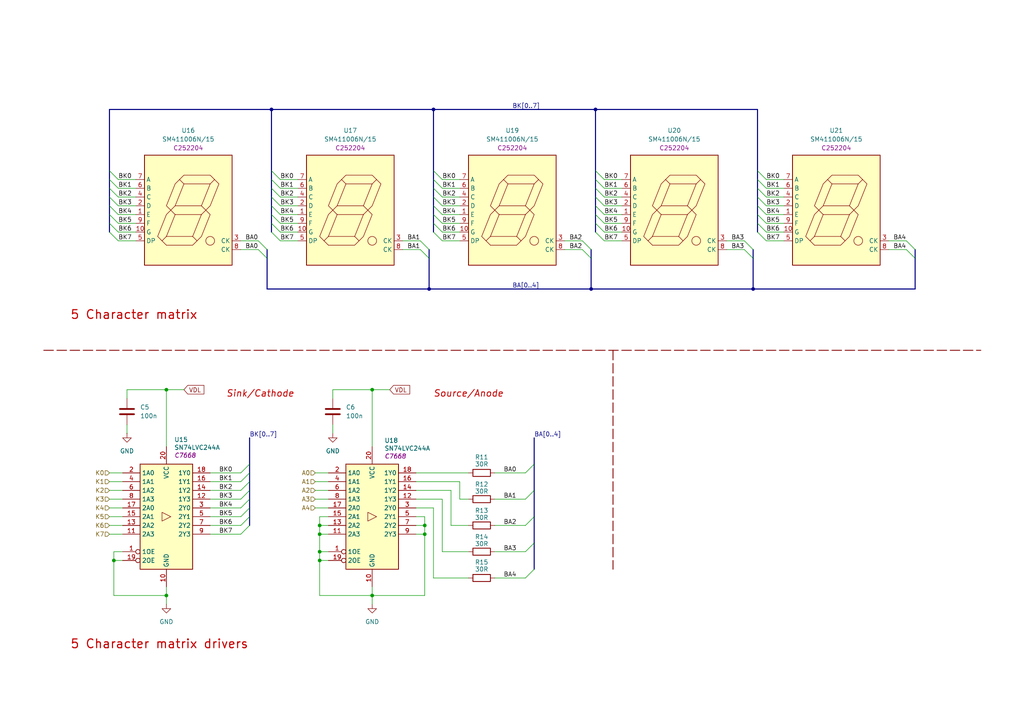
<source format=kicad_sch>
(kicad_sch (version 20250114) (generator "eeschema") (generator_version "9.0")
  (paper "A4")
  (title_block (title "5 Character Matrix & Drivers ") (date "2025-10-19") (rev "v0.0") (company "Rajath Katker") (comment 4 "Final verification pending"))
  (lib_symbols
    (symbol "74xx:74AHC244"
      (property "Reference" "U" (at -7.62 16.51 0))
      (property "Value" "74AHC244" (at -7.62 -16.51 0))
      (symbol "74AHC244_1_0"
        (polyline (pts (xy 1.27 0) (xy -1.27 1.27) (xy -1.27 -1.27) (xy 1.27 0)) (stroke (width 0.1524)))
        (pin input line (at -12.7 12.7 0) (length 5.08) (name "1A0") (number "2"))
        (pin input line (at -12.7 10.16 0) (length 5.08) (name "1A1") (number "4"))
        (pin input line (at -12.7 7.62 0) (length 5.08) (name "1A2") (number "6"))
        (pin input line (at -12.7 5.08 0) (length 5.08) (name "1A3") (number "8"))
        (pin input line (at -12.7 2.54 0) (length 5.08) (name "2A0") (number "17"))
        (pin input line (at -12.7 0 0) (length 5.08) (name "2A1") (number "15"))
        (pin input line (at -12.7 -2.54 0) (length 5.08) (name "2A2") (number "13"))
        (pin input line (at -12.7 -5.08 0) (length 5.08) (name "2A3") (number "11"))
        (pin input inverted (at -12.7 -10.16 0) (length 5.08) (name "1OE") (number "1"))
        (pin input inverted (at -12.7 -12.7 0) (length 5.08) (name "2OE") (number "19"))
        (pin power_in line (at 0 20.32 270) (length 5.08) (name "VCC") (number "20"))
        (pin power_in line (at 0 -20.32 90) (length 5.08) (name "GND") (number "10"))
        (pin tri_state line (at 12.7 12.7 180) (length 5.08) (name "1Y0") (number "18"))
        (pin tri_state line (at 12.7 10.16 180) (length 5.08) (name "1Y1") (number "16"))
        (pin tri_state line (at 12.7 7.62 180) (length 5.08) (name "1Y2") (number "14"))
        (pin tri_state line (at 12.7 5.08 180) (length 5.08) (name "1Y3") (number "12"))
        (pin tri_state line (at 12.7 2.54 180) (length 5.08) (name "2Y0") (number "3"))
        (pin tri_state line (at 12.7 0 180) (length 5.08) (name "2Y1") (number "5"))
        (pin tri_state line (at 12.7 -2.54 180) (length 5.08) (name "2Y2") (number "7"))
        (pin tri_state line (at 12.7 -5.08 180) (length 5.08) (name "2Y3") (number "9"))
      )
      (symbol "74AHC244_1_1"
        (rectangle (start -7.62 15.24) (end 7.62 -15.24) (stroke (width 0.254)) (fill (type background)))
      )
    )
    (symbol "Device:C" (pin_numbers (hide yes)) (pin_names (offset 0.254))
      (property "Reference" "C" (at 0.635 2.54 0))
      (property "Value" "C" (at 0.635 -2.54 0))
      (symbol "C_0_1"
        (polyline (pts (xy -2.032 0.762) (xy 2.032 0.762)) (stroke (width 0.508)))
        (polyline (pts (xy -2.032 -0.762) (xy 2.032 -0.762)) (stroke (width 0.508)))
      )
      (symbol "C_1_1"
        (pin passive line (at 0 3.81 270) (length 2.794) (name "~") (number "1"))
        (pin passive line (at 0 -3.81 90) (length 2.794) (name "~") (number "2"))
      )
    )
    (symbol "Device:R" (pin_numbers (hide yes)) (pin_names (offset 0))
      (property "Reference" "R" (at 2.032 0 90))
      (property "Value" "R" (at 0 0 90))
      (symbol "R_0_1"
        (rectangle (start -1.016 -2.54) (end 1.016 2.54) (stroke (width 0.254)))
      )
      (symbol "R_1_1"
        (pin passive line (at 0 3.81 270) (length 1.27) (name "~") (number "1"))
        (pin passive line (at 0 -3.81 90) (length 1.27) (name "~") (number "2"))
      )
    )
    (symbol "power:GND" (power) (pin_numbers (hide yes)) (pin_names (offset 0) (hide yes))
      (property "Value" "GND" (at 0 -3.81 0))
      (symbol "GND_0_1"
        (polyline (pts (xy 0 0) (xy 0 -1.27) (xy 1.27 -1.27) (xy 0 -2.54) (xy -1.27 -1.27) (xy 0 -1.27)))
      )
      (symbol "GND_1_1"
        (pin power_in line (at 0 0 270) (length 0) (name "~") (number "1"))
      )
    )
    (symbol "precision_clock:SM411006N/15"
      (property "Reference" "U" (at 0 21.844 0))
      (property "Value" "SM411006N/15" (at 0 19.812 0))
      (symbol "SM411006N/15_0_1"
        (polyline (pts (xy -7.62 -8.89) (xy -6.35 -7.62)))
        (polyline (pts (xy -7.62 -8.89) (xy -6.35 -10.16)))
        (polyline (pts (xy -6.35 -7.62) (xy -3.81 -1.27)))
        (polyline (pts (xy -6.35 -7.62) (xy 1.27 -7.62)))
        (polyline (pts (xy -6.35 -10.16) (xy 1.27 -10.16) (xy 2.54 -8.89)))
        (polyline (pts (xy -5.08 0) (xy -6.35 -1.27) (xy -8.89 -7.62) (xy -7.62 -8.89)))
        (polyline (pts (xy -3.81 1.27) (xy -5.08 0)))
        (polyline (pts (xy -3.81 1.27) (xy 3.81 1.27)))
        (polyline (pts (xy -3.81 -1.27) (xy -5.08 0)))
        (polyline (pts (xy -3.81 -1.27) (xy 3.81 -1.27)))
        (polyline (pts (xy -2.54 8.89) (xy -3.81 7.62) (xy -6.35 1.27) (xy -5.08 0)))
        (polyline (pts (xy 1.27 -7.62) (xy 2.54 -8.89)))
        (polyline (pts (xy 2.54 -8.89) (xy 3.81 -7.62) (xy 6.35 -1.27) (xy 5.08 0)))
        (polyline (pts (xy 3.81 1.27) (xy 5.08 0)))
        (polyline (pts (xy 3.81 -1.27) (xy 1.27 -7.62)))
        (polyline (pts (xy 5.08 0) (xy 3.81 -1.27)))
        (polyline (pts (xy 5.08 0) (xy 6.35 1.27) (xy 8.89 7.62) (xy 7.62 8.89)))
        (polyline (pts (xy 6.35 7.62) (xy 3.81 1.27)))
        (polyline (pts (xy 6.35 7.62) (xy -1.27 7.62) (xy -3.81 1.27)))
        (polyline (pts (xy 6.35 7.62) (xy 7.62 8.89) (xy 6.35 10.16) (xy -1.27 10.16) (xy -2.54 8.89) (xy -1.27 7.62)))
        (circle (center 6.35 -8.89) (radius 1.27))
      )
      (symbol "SM411006N/15_1_1"
        (rectangle (start -12.7 15.9543) (end 12.7 -15.9544) (stroke (width 0.254)) (fill (type color) (color 255 255 194 1)))
        (pin input line (at -15.24 8.89 0) (length 2.54) (name "A") (number "7"))
        (pin input line (at -15.24 6.35 0) (length 2.54) (name "B") (number "6"))
        (pin input line (at -15.24 3.81 0) (length 2.54) (name "C") (number "4"))
        (pin input line (at -15.24 1.27 0) (length 2.54) (name "D") (number "2"))
        (pin input line (at -15.24 -1.27 0) (length 2.54) (name "E") (number "1"))
        (pin input line (at -15.24 -3.81 0) (length 2.54) (name "F") (number "9"))
        (pin input line (at -15.24 -6.35 0) (length 2.54) (name "G") (number "10"))
        (pin input line (at -15.24 -8.89 0) (length 2.54) (name "DP") (number "5"))
        (pin input line (at 15.24 -8.89 180) (length 2.54) (name "CK") (number "3"))
        (pin input line (at 15.24 -11.43 180) (length 2.54) (name "CK") (number "8"))
      )
    )
  )
  (text "Sink/Cathode " (at 76.2 114.3 0) (effects (font (size 1.905 1.905) (thickness 0.2381) (italic yes))))
  (text "5 Character matrix" (at 20.32 91.44 0) (effects (font (size 2.54 2.54) (thickness 0.3175)) (justify left)))
  (text "5 Character matrix drivers " (at 20.32 186.944 0) (effects (font (size 2.54 2.54) (thickness 0.3175)) (justify left)))
  (text "Source/Anode" (at 135.89 114.3 0) (effects (font (size 1.905 1.905) (thickness 0.2381) (italic yes))))
  (junction (at 107.95 172.72))
  (junction (at 92.71 160.02))
  (junction (at 48.26 113.03))
  (junction (at 92.71 162.56))
  (junction (at 172.72 31.75))
  (junction (at 125.73 31.75))
  (junction (at 92.71 152.4))
  (junction (at 123.19 154.94))
  (junction (at 123.19 152.4))
  (junction (at 92.71 154.94))
  (junction (at 78.74 31.75))
  (junction (at 218.44 83.82))
  (junction (at 33.02 162.56))
  (junction (at 107.95 113.03))
  (junction (at 48.26 172.72))
  (junction (at 171.45 83.82))
  (junction (at 124.46 83.82))
  (bus_entry (at 154.94 134.62) (size -2.54 2.54))
  (bus_entry (at 72.39 149.86) (size -2.54 2.54))
  (bus_entry (at 31.75 67.31) (size 2.54 2.54))
  (bus_entry (at 172.72 49.53) (size 2.54 2.54))
  (bus_entry (at 218.44 74.93) (size -2.54 -2.54))
  (bus_entry (at 154.94 165.1) (size -2.54 2.54))
  (bus_entry (at 172.72 57.15) (size 2.54 2.54))
  (bus_entry (at 72.39 144.78) (size -2.54 2.54))
  (bus_entry (at 31.75 52.07) (size 2.54 2.54))
  (bus_entry (at 154.94 142.24) (size -2.54 2.54))
  (bus_entry (at 72.39 147.32) (size -2.54 2.54))
  (bus_entry (at 124.46 74.93) (size -2.54 -2.54))
  (bus_entry (at 172.72 67.31) (size 2.54 2.54))
  (bus_entry (at 172.72 62.23) (size 2.54 2.54))
  (bus_entry (at 124.46 72.39) (size -2.54 -2.54))
  (bus_entry (at 78.74 62.23) (size 2.54 2.54))
  (bus_entry (at 31.75 64.77) (size 2.54 2.54))
  (bus_entry (at 78.74 59.69) (size 2.54 2.54))
  (bus_entry (at 31.75 54.61) (size 2.54 2.54))
  (bus_entry (at 154.94 149.86) (size -2.54 2.54))
  (bus_entry (at 78.74 52.07) (size 2.54 2.54))
  (bus_entry (at 219.71 62.23) (size 2.54 2.54))
  (bus_entry (at 125.73 57.15) (size 2.54 2.54))
  (bus_entry (at 78.74 64.77) (size 2.54 2.54))
  (bus_entry (at 72.39 152.4) (size -2.54 2.54))
  (bus_entry (at 77.47 74.93) (size -2.54 -2.54))
  (bus_entry (at 125.73 62.23) (size 2.54 2.54))
  (bus_entry (at 72.39 134.62) (size -2.54 2.54))
  (bus_entry (at 172.72 64.77) (size 2.54 2.54))
  (bus_entry (at 172.72 54.61) (size 2.54 2.54))
  (bus_entry (at 219.71 52.07) (size 2.54 2.54))
  (bus_entry (at 219.71 59.69) (size 2.54 2.54))
  (bus_entry (at 172.72 59.69) (size 2.54 2.54))
  (bus_entry (at 78.74 49.53) (size 2.54 2.54))
  (bus_entry (at 171.45 72.39) (size -2.54 -2.54))
  (bus_entry (at 31.75 49.53) (size 2.54 2.54))
  (bus_entry (at 72.39 137.16) (size -2.54 2.54))
  (bus_entry (at 125.73 59.69) (size 2.54 2.54))
  (bus_entry (at 219.71 49.53) (size 2.54 2.54))
  (bus_entry (at 218.44 72.39) (size -2.54 -2.54))
  (bus_entry (at 125.73 52.07) (size 2.54 2.54))
  (bus_entry (at 31.75 57.15) (size 2.54 2.54))
  (bus_entry (at 125.73 49.53) (size 2.54 2.54))
  (bus_entry (at 219.71 64.77) (size 2.54 2.54))
  (bus_entry (at 172.72 52.07) (size 2.54 2.54))
  (bus_entry (at 219.71 67.31) (size 2.54 2.54))
  (bus_entry (at 77.47 72.39) (size -2.54 -2.54))
  (bus_entry (at 219.71 54.61) (size 2.54 2.54))
  (bus_entry (at 78.74 57.15) (size 2.54 2.54))
  (bus_entry (at 171.45 74.93) (size -2.54 -2.54))
  (bus_entry (at 125.73 67.31) (size 2.54 2.54))
  (bus_entry (at 154.94 157.48) (size -2.54 2.54))
  (bus_entry (at 219.71 57.15) (size 2.54 2.54))
  (bus_entry (at 72.39 139.7) (size -2.54 2.54))
  (bus_entry (at 125.73 54.61) (size 2.54 2.54))
  (bus_entry (at 78.74 67.31) (size 2.54 2.54))
  (bus_entry (at 72.39 142.24) (size -2.54 2.54))
  (bus_entry (at 31.75 59.69) (size 2.54 2.54))
  (bus_entry (at 265.43 72.39) (size -2.54 -2.54))
  (bus_entry (at 265.43 74.93) (size -2.54 -2.54))
  (bus_entry (at 125.73 64.77) (size 2.54 2.54))
  (bus_entry (at 31.75 62.23) (size 2.54 2.54))
  (bus_entry (at 78.74 54.61) (size 2.54 2.54))
  (wire (pts (xy 31.75 137.16) (xy 35.56 137.16)))
  (wire (pts (xy 60.96 147.32) (xy 69.85 147.32)))
  (wire (pts (xy 128.27 62.23) (xy 133.35 62.23)))
  (wire (pts (xy 91.44 139.7) (xy 95.25 139.7)))
  (bus (pts (xy 125.73 49.53) (xy 125.73 52.07)))
  (wire (pts (xy 36.83 115.57) (xy 36.83 113.03)))
  (wire (pts (xy 222.25 52.07) (xy 227.33 52.07)))
  (wire (pts (xy 210.82 69.85) (xy 215.9 69.85)))
  (bus (pts (xy 219.71 52.07) (xy 219.71 54.61)))
  (wire (pts (xy 81.28 67.31) (xy 86.36 67.31)))
  (bus (pts (xy 154.94 134.62) (xy 154.94 142.24)))
  (wire (pts (xy 92.71 162.56) (xy 95.25 162.56)))
  (wire (pts (xy 33.02 172.72) (xy 48.26 172.72)))
  (wire (pts (xy 175.26 67.31) (xy 180.34 67.31)))
  (wire (pts (xy 81.28 57.15) (xy 86.36 57.15)))
  (wire (pts (xy 128.27 64.77) (xy 133.35 64.77)))
  (bus (pts (xy 172.72 59.69) (xy 172.72 62.23)))
  (bus (pts (xy 77.47 74.93) (xy 77.47 83.82)))
  (wire (pts (xy 81.28 62.23) (xy 86.36 62.23)))
  (bus (pts (xy 78.74 57.15) (xy 78.74 59.69)))
  (wire (pts (xy 128.27 54.61) (xy 133.35 54.61)))
  (wire (pts (xy 96.52 123.19) (xy 96.52 125.73)))
  (wire (pts (xy 31.75 147.32) (xy 35.56 147.32)))
  (wire (pts (xy 128.27 69.85) (xy 133.35 69.85)))
  (bus (pts (xy 124.46 74.93) (xy 124.46 83.82)))
  (wire (pts (xy 92.71 152.4) (xy 92.71 149.86)))
  (wire (pts (xy 60.96 154.94) (xy 69.85 154.94)))
  (bus (pts (xy 77.47 83.82) (xy 124.46 83.82)))
  (wire (pts (xy 257.81 72.39) (xy 262.89 72.39)))
  (bus (pts (xy 124.46 72.39) (xy 124.46 74.93)))
  (wire (pts (xy 163.83 69.85) (xy 168.91 69.85)))
  (wire (pts (xy 92.71 154.94) (xy 95.25 154.94)))
  (wire (pts (xy 128.27 144.78) (xy 128.27 160.02)))
  (wire (pts (xy 91.44 142.24) (xy 95.25 142.24)))
  (wire (pts (xy 48.26 172.72) (xy 48.26 175.26)))
  (bus (pts (xy 31.75 62.23) (xy 31.75 64.77)))
  (wire (pts (xy 120.65 149.86) (xy 123.19 149.86)))
  (bus (pts (xy 218.44 74.93) (xy 218.44 83.82)))
  (wire (pts (xy 107.95 113.03) (xy 107.95 129.54)))
  (wire (pts (xy 81.28 69.85) (xy 86.36 69.85)))
  (wire (pts (xy 60.96 137.16) (xy 69.85 137.16)))
  (bus (pts (xy 31.75 59.69) (xy 31.75 62.23)))
  (wire (pts (xy 34.29 69.85) (xy 39.37 69.85)))
  (wire (pts (xy 175.26 54.61) (xy 180.34 54.61)))
  (wire (pts (xy 210.82 72.39) (xy 215.9 72.39)))
  (wire (pts (xy 123.19 152.4) (xy 123.19 154.94)))
  (wire (pts (xy 175.26 52.07) (xy 180.34 52.07)))
  (bus (pts (xy 154.94 149.86) (xy 154.94 157.48)))
  (wire (pts (xy 107.95 172.72) (xy 107.95 175.26)))
  (bus (pts (xy 219.71 49.53) (xy 219.71 52.07)))
  (bus (pts (xy 78.74 59.69) (xy 78.74 62.23)))
  (wire (pts (xy 128.27 59.69) (xy 133.35 59.69)))
  (wire (pts (xy 36.83 123.19) (xy 36.83 125.73)))
  (bus (pts (xy 125.73 62.23) (xy 125.73 64.77)))
  (bus (pts (xy 72.39 127) (xy 72.39 134.62)))
  (bus (pts (xy 78.74 52.07) (xy 78.74 54.61)))
  (wire (pts (xy 222.25 69.85) (xy 227.33 69.85)))
  (wire (pts (xy 81.28 52.07) (xy 86.36 52.07)))
  (wire (pts (xy 123.19 149.86) (xy 123.19 152.4)))
  (wire (pts (xy 34.29 62.23) (xy 39.37 62.23)))
  (bus (pts (xy 219.71 64.77) (xy 219.71 67.31)))
  (bus (pts (xy 31.75 31.75) (xy 31.75 49.53)))
  (wire (pts (xy 125.73 147.32) (xy 125.73 167.64)))
  (wire (pts (xy 33.02 162.56) (xy 33.02 172.72)))
  (wire (pts (xy 31.75 152.4) (xy 35.56 152.4)))
  (bus (pts (xy 72.39 144.78) (xy 72.39 147.32)))
  (bus (pts (xy 124.46 83.82) (xy 171.45 83.82)))
  (bus (pts (xy 219.71 62.23) (xy 219.71 64.77)))
  (wire (pts (xy 128.27 57.15) (xy 133.35 57.15)))
  (wire (pts (xy 116.84 69.85) (xy 121.92 69.85)))
  (wire (pts (xy 92.71 172.72) (xy 107.95 172.72)))
  (wire (pts (xy 120.65 152.4) (xy 123.19 152.4)))
  (wire (pts (xy 222.25 64.77) (xy 227.33 64.77)))
  (wire (pts (xy 36.83 113.03) (xy 48.26 113.03)))
  (bus (pts (xy 154.94 142.24) (xy 154.94 149.86)))
  (bus (pts (xy 219.71 31.75) (xy 219.71 49.53)))
  (wire (pts (xy 175.26 69.85) (xy 180.34 69.85)))
  (bus (pts (xy 172.72 31.75) (xy 172.72 49.53)))
  (wire (pts (xy 34.29 54.61) (xy 39.37 54.61)))
  (wire (pts (xy 31.75 144.78) (xy 35.56 144.78)))
  (wire (pts (xy 92.71 154.94) (xy 92.71 152.4)))
  (wire (pts (xy 91.44 144.78) (xy 95.25 144.78)))
  (bus (pts (xy 78.74 62.23) (xy 78.74 64.77)))
  (wire (pts (xy 96.52 115.57) (xy 96.52 113.03)))
  (wire (pts (xy 222.25 59.69) (xy 227.33 59.69)))
  (wire (pts (xy 128.27 67.31) (xy 133.35 67.31)))
  (wire (pts (xy 120.65 147.32) (xy 125.73 147.32)))
  (wire (pts (xy 31.75 142.24) (xy 35.56 142.24)))
  (bus (pts (xy 78.74 64.77) (xy 78.74 67.31)))
  (wire (pts (xy 92.71 160.02) (xy 92.71 154.94)))
  (wire (pts (xy 92.71 149.86) (xy 95.25 149.86)))
  (wire (pts (xy 123.19 172.72) (xy 107.95 172.72)))
  (bus (pts (xy 72.39 142.24) (xy 72.39 144.78)))
  (bus (pts (xy 72.39 139.7) (xy 72.39 142.24)))
  (wire (pts (xy 81.28 64.77) (xy 86.36 64.77)))
  (wire (pts (xy 175.26 62.23) (xy 180.34 62.23)))
  (wire (pts (xy 120.65 139.7) (xy 133.35 139.7)))
  (bus (pts (xy 172.72 62.23) (xy 172.72 64.77)))
  (bus (pts (xy 31.75 31.75) (xy 78.74 31.75)))
  (bus (pts (xy 218.44 72.39) (xy 218.44 74.93)))
  (wire (pts (xy 143.51 160.02) (xy 152.4 160.02)))
  (bus (pts (xy 125.73 64.77) (xy 125.73 67.31)))
  (bus (pts (xy 72.39 137.16) (xy 72.39 139.7)))
  (wire (pts (xy 69.85 72.39) (xy 74.93 72.39)))
  (bus (pts (xy 219.71 59.69) (xy 219.71 62.23)))
  (wire (pts (xy 120.65 154.94) (xy 123.19 154.94)))
  (bus (pts (xy 78.74 31.75) (xy 125.73 31.75)))
  (wire (pts (xy 34.29 59.69) (xy 39.37 59.69)))
  (wire (pts (xy 143.51 137.16) (xy 152.4 137.16)))
  (bus (pts (xy 172.72 49.53) (xy 172.72 52.07)))
  (polyline (pts (xy 12.7 101.6) (xy 284.48 101.6)) (stroke (width 0.254) (type dash) (color 132 0 0 1)))
  (bus (pts (xy 219.71 57.15) (xy 219.71 59.69)))
  (wire (pts (xy 257.81 69.85) (xy 262.89 69.85)))
  (bus (pts (xy 77.47 72.39) (xy 77.47 74.93)))
  (wire (pts (xy 175.26 57.15) (xy 180.34 57.15)))
  (bus (pts (xy 265.43 83.82) (xy 265.43 74.93)))
  (wire (pts (xy 113.03 113.03) (xy 107.95 113.03)))
  (wire (pts (xy 31.75 139.7) (xy 35.56 139.7)))
  (wire (pts (xy 120.65 137.16) (xy 135.89 137.16)))
  (wire (pts (xy 128.27 52.07) (xy 133.35 52.07)))
  (wire (pts (xy 175.26 59.69) (xy 180.34 59.69)))
  (bus (pts (xy 31.75 54.61) (xy 31.75 57.15)))
  (bus (pts (xy 172.72 64.77) (xy 172.72 67.31)))
  (bus (pts (xy 72.39 149.86) (xy 72.39 152.4)))
  (wire (pts (xy 81.28 59.69) (xy 86.36 59.69)))
  (wire (pts (xy 33.02 160.02) (xy 33.02 162.56)))
  (wire (pts (xy 222.25 62.23) (xy 227.33 62.23)))
  (wire (pts (xy 92.71 160.02) (xy 92.71 162.56)))
  (wire (pts (xy 60.96 149.86) (xy 69.85 149.86)))
  (wire (pts (xy 95.25 160.02) (xy 92.71 160.02)))
  (bus (pts (xy 31.75 64.77) (xy 31.75 67.31)))
  (bus (pts (xy 125.73 59.69) (xy 125.73 62.23)))
  (bus (pts (xy 78.74 31.75) (xy 78.74 49.53)))
  (bus (pts (xy 125.73 31.75) (xy 125.73 49.53)))
  (wire (pts (xy 34.29 64.77) (xy 39.37 64.77)))
  (wire (pts (xy 53.34 113.03) (xy 48.26 113.03)))
  (polyline (pts (xy 177.8 101.6) (xy 177.8 165.1)) (stroke (width 0.254) (type dash) (color 132 0 0 1)))
  (wire (pts (xy 222.25 57.15) (xy 227.33 57.15)))
  (bus (pts (xy 172.72 57.15) (xy 172.72 59.69)))
  (wire (pts (xy 120.65 144.78) (xy 128.27 144.78)))
  (wire (pts (xy 143.51 144.78) (xy 152.4 144.78)))
  (wire (pts (xy 34.29 57.15) (xy 39.37 57.15)))
  (wire (pts (xy 130.81 152.4) (xy 135.89 152.4)))
  (wire (pts (xy 48.26 113.03) (xy 48.26 129.54)))
  (wire (pts (xy 60.96 139.7) (xy 69.85 139.7)))
  (bus (pts (xy 125.73 57.15) (xy 125.73 59.69)))
  (bus (pts (xy 125.73 54.61) (xy 125.73 57.15)))
  (wire (pts (xy 69.85 69.85) (xy 74.93 69.85)))
  (wire (pts (xy 123.19 154.94) (xy 123.19 172.72)))
  (wire (pts (xy 31.75 154.94) (xy 35.56 154.94)))
  (bus (pts (xy 125.73 52.07) (xy 125.73 54.61)))
  (wire (pts (xy 34.29 67.31) (xy 39.37 67.31)))
  (wire (pts (xy 143.51 167.64) (xy 152.4 167.64)))
  (wire (pts (xy 33.02 162.56) (xy 35.56 162.56)))
  (wire (pts (xy 60.96 152.4) (xy 69.85 152.4)))
  (wire (pts (xy 92.71 152.4) (xy 95.25 152.4)))
  (bus (pts (xy 125.73 31.75) (xy 172.72 31.75)))
  (bus (pts (xy 31.75 52.07) (xy 31.75 54.61)))
  (wire (pts (xy 96.52 113.03) (xy 107.95 113.03)))
  (wire (pts (xy 125.73 167.64) (xy 135.89 167.64)))
  (bus (pts (xy 219.71 54.61) (xy 219.71 57.15)))
  (bus (pts (xy 265.43 72.39) (xy 265.43 74.93)))
  (wire (pts (xy 130.81 142.24) (xy 130.81 152.4)))
  (wire (pts (xy 175.26 64.77) (xy 180.34 64.77)))
  (wire (pts (xy 60.96 144.78) (xy 69.85 144.78)))
  (bus (pts (xy 154.94 127) (xy 154.94 134.62)))
  (wire (pts (xy 35.56 160.02) (xy 33.02 160.02)))
  (bus (pts (xy 218.44 83.82) (xy 265.43 83.82)))
  (wire (pts (xy 31.75 149.86) (xy 35.56 149.86)))
  (wire (pts (xy 128.27 160.02) (xy 135.89 160.02)))
  (wire (pts (xy 91.44 147.32) (xy 95.25 147.32)))
  (bus (pts (xy 171.45 83.82) (xy 218.44 83.82)))
  (wire (pts (xy 92.71 162.56) (xy 92.71 172.72)))
  (bus (pts (xy 172.72 54.61) (xy 172.72 57.15)))
  (bus (pts (xy 31.75 49.53) (xy 31.75 52.07)))
  (wire (pts (xy 222.25 54.61) (xy 227.33 54.61)))
  (bus (pts (xy 172.72 31.75) (xy 219.71 31.75)))
  (bus (pts (xy 154.94 157.48) (xy 154.94 165.1)))
  (bus (pts (xy 172.72 52.07) (xy 172.72 54.61)))
  (bus (pts (xy 171.45 72.39) (xy 171.45 74.93)))
  (wire (pts (xy 91.44 137.16) (xy 95.25 137.16)))
  (wire (pts (xy 81.28 54.61) (xy 86.36 54.61)))
  (wire (pts (xy 133.35 144.78) (xy 135.89 144.78)))
  (wire (pts (xy 116.84 72.39) (xy 121.92 72.39)))
  (bus (pts (xy 72.39 147.32) (xy 72.39 149.86)))
  (wire (pts (xy 60.96 142.24) (xy 69.85 142.24)))
  (bus (pts (xy 78.74 54.61) (xy 78.74 57.15)))
  (wire (pts (xy 48.26 170.18) (xy 48.26 172.72)))
  (wire (pts (xy 133.35 139.7) (xy 133.35 144.78)))
  (bus (pts (xy 171.45 74.93) (xy 171.45 83.82)))
  (wire (pts (xy 222.25 67.31) (xy 227.33 67.31)))
  (bus (pts (xy 78.74 49.53) (xy 78.74 52.07)))
  (wire (pts (xy 163.83 72.39) (xy 168.91 72.39)))
  (wire (pts (xy 34.29 52.07) (xy 39.37 52.07)))
  (wire (pts (xy 107.95 170.18) (xy 107.95 172.72)))
  (wire (pts (xy 143.51 152.4) (xy 152.4 152.4)))
  (wire (pts (xy 120.65 142.24) (xy 130.81 142.24)))
  (bus (pts (xy 31.75 57.15) (xy 31.75 59.69)))
  (bus (pts (xy 72.39 134.62) (xy 72.39 137.16)))
  (label "BK4" (at 175.26 62.23 0))
  (label "BA2" (at 146.05 152.4 0))
  (label "BK7" (at 175.26 69.85 0))
  (label "BK4" (at 128.27 62.23 0))
  (label "BK0" (at 128.27 52.07 0))
  (label "BA3" (at 146.05 160.02 0))
  (label "BK1" (at 128.27 54.61 0))
  (label "BA[0..4]" (at 148.59 83.82 0))
  (label "BK2" (at 128.27 57.15 0))
  (label "BK6" (at 128.27 67.31 0))
  (label "BK[0..7]" (at 148.59 31.75 0))
  (label "BK6" (at 81.28 67.31 0))
  (label "BK1" (at 63.5 139.7 0))
  (label "BA1" (at 118.11 72.39 0))
  (label "BK3" (at 81.28 59.69 0))
  (label "BK3" (at 34.29 59.69 0))
  (label "BK2" (at 175.26 57.15 0))
  (label "BK3" (at 222.25 59.69 0))
  (label "BA2" (at 165.1 72.39 0))
  (label "BK7" (at 81.28 69.85 0))
  (label "BA[0..4]" (at 154.94 127 0))
  (label "BK1" (at 175.26 54.61 0))
  (label "BK7" (at 222.25 69.85 0))
  (label "BA0" (at 71.12 69.85 0))
  (label "BA4" (at 146.05 167.64 0))
  (label "BK5" (at 222.25 64.77 0))
  (label "BK0" (at 175.26 52.07 0))
  (label "BA1" (at 146.05 144.78 0))
  (label "BK5" (at 81.28 64.77 0))
  (label "BK5" (at 128.27 64.77 0))
  (label "BK1" (at 222.25 54.61 0))
  (label "BA2" (at 165.1 69.85 0))
  (label "BA4" (at 259.08 72.39 0))
  (label "BK[0..7]" (at 72.39 127 0))
  (label "BK6" (at 175.26 67.31 0))
  (label "BK1" (at 34.29 54.61 0))
  (label "BK5" (at 175.26 64.77 0))
  (label "BK6" (at 222.25 67.31 0))
  (label "BA0" (at 71.12 72.39 0))
  (label "BK0" (at 63.5 137.16 0))
  (label "BA3" (at 212.09 72.39 0))
  (label "BK3" (at 63.5 144.78 0))
  (label "BK2" (at 81.28 57.15 0))
  (label "BA4" (at 259.08 69.85 0))
  (label "BK7" (at 128.27 69.85 0))
  (label "BK1" (at 81.28 54.61 0))
  (label "BK2" (at 63.5 142.24 0))
  (label "BK3" (at 175.26 59.69 0))
  (label "BK3" (at 128.27 59.69 0))
  (label "BA0" (at 146.05 137.16 0))
  (label "BK2" (at 222.25 57.15 0))
  (label "BK0" (at 81.28 52.07 0))
  (label "BK0" (at 34.29 52.07 0))
  (label "BK7" (at 63.5 154.94 0))
  (label "BA1" (at 118.11 69.85 0))
  (label "BK2" (at 34.29 57.15 0))
  (label "BK7" (at 34.29 69.85 0))
  (label "BK4" (at 34.29 62.23 0))
  (label "BK4" (at 222.25 62.23 0))
  (label "BK0" (at 222.25 52.07 0))
  (label "BK5" (at 63.5 149.86 0))
  (label "BK5" (at 34.29 64.77 0))
  (label "BK6" (at 34.29 67.31 0))
  (label "BK6" (at 63.5 152.4 0))
  (label "BK4" (at 63.5 147.32 0))
  (label "BK4" (at 81.28 62.23 0))
  (label "BA3" (at 212.09 69.85 0))
  (global_label "VDL" (shape input) (at 113.03 113.03 0) (property "Intersheetrefs" "${INTERSHEET_REFS}" (effects (hide yes))))
  (global_label "VDL" (shape input) (at 53.34 113.03 0) (property "Intersheetrefs" "${INTERSHEET_REFS}" (effects (hide yes))))
  (hierarchical_label "A2" (shape input) (at 91.44 142.24 180))
  (hierarchical_label "K2" (shape input) (at 31.75 142.24 180))
  (hierarchical_label "K7" (shape input) (at 31.75 154.94 180))
  (hierarchical_label "A0" (shape input) (at 91.44 137.16 180))
  (hierarchical_label "K3" (shape input) (at 31.75 144.78 180))
  (hierarchical_label "A3" (shape input) (at 91.44 144.78 180))
  (hierarchical_label "A1" (shape input) (at 91.44 139.7 180))
  (hierarchical_label "K5" (shape input) (at 31.75 149.86 180))
  (hierarchical_label "K1" (shape input) (at 31.75 139.7 180))
  (hierarchical_label "K6" (shape input) (at 31.75 152.4 180))
  (hierarchical_label "K0" (shape input) (at 31.75 137.16 180))
  (hierarchical_label "K4" (shape input) (at 31.75 147.32 180))
  (hierarchical_label "A4" (shape input) (at 91.44 147.32 180))
  (symbol (lib_id "Device:R") (at 139.7 160.02 90) (unit 1)
    (property "Reference" "R14" (at 139.7 155.702 90))
    (property "Value" "30R" (at 139.7 157.734 90))
    (property "Description" "Resistor" (effects (hide yes)))
  )
  (symbol (lib_id "precision_clock:SM411006N/15") (at 101.6 60.96 0) (unit 1)
    (property "Reference" "U17" (at 101.6 37.846 0))
    (property "Value" "SM411006N/15" (at 101.6 40.386 0))
    (property "Footprint" "precision_clock:SM411006N15" (effects (hide yes)))
    (property "Datasheet" "https://www.lcsc.com/datasheet/C252204.pdf" (effects (hide yes)))
    (property "Description" "25.4 mm (1.0 inch) Single Digit Numeric Display" (effects (hide yes)))
    (property "LCSC" "C252204" (at 101.6 42.926 0))
  )
  (symbol (lib_id "Device:C") (at 36.83 119.38 0) (unit 1)
    (property "Reference" "C5" (at 40.64 118.1099 0) (effects (justify left)))
    (property "Value" "100n" (at 40.64 120.6499 0) (effects (justify left)))
    (property "Description" "Unpolarized capacitor" (effects (hide yes)))
  )
  (symbol (lib_id "Device:C") (at 96.52 119.38 0) (unit 1)
    (property "Reference" "C6" (at 100.33 118.1099 0) (effects (justify left)))
    (property "Value" "100n" (at 100.33 120.6499 0) (effects (justify left)))
    (property "Description" "Unpolarized capacitor" (effects (hide yes)))
  )
  (symbol (lib_id "precision_clock:SM411006N/15") (at 195.58 60.96 0) (unit 1)
    (property "Reference" "U20" (at 195.58 37.846 0))
    (property "Value" "SM411006N/15" (at 195.58 40.386 0))
    (property "Footprint" "precision_clock:SM411006N15" (effects (hide yes)))
    (property "Datasheet" "https://www.lcsc.com/datasheet/C252204.pdf" (effects (hide yes)))
    (property "Description" "25.4 mm (1.0 inch) Single Digit Numeric Display" (effects (hide yes)))
    (property "LCSC" "C252204" (at 195.58 42.926 0))
  )
  (symbol (lib_id "power:GND") (at 36.83 125.73 0) (unit 1)
    (property "Reference" "#PWR09" (effects (hide yes)))
    (property "Value" "GND" (at 36.83 130.81 0))
    (property "Description" "Power symbol creates a global label with name \"GND\" , ground" (effects (hide yes)))
  )
  (symbol (lib_id "Device:R") (at 139.7 144.78 90) (unit 1)
    (property "Reference" "R12" (at 139.7 140.462 90))
    (property "Value" "30R" (at 139.7 142.494 90))
    (property "Description" "Resistor" (effects (hide yes)))
  )
  (symbol (lib_id "precision_clock:SM411006N/15") (at 148.59 60.96 0) (unit 1)
    (property "Reference" "U19" (at 148.59 37.846 0))
    (property "Value" "SM411006N/15" (at 148.59 40.386 0))
    (property "Footprint" "precision_clock:SM411006N15" (effects (hide yes)))
    (property "Datasheet" "https://www.lcsc.com/datasheet/C252204.pdf" (effects (hide yes)))
    (property "Description" "25.4 mm (1.0 inch) Single Digit Numeric Display" (effects (hide yes)))
    (property "LCSC" "C252204" (at 148.59 42.926 0))
  )
  (symbol (lib_id "74xx:74AHC244") (at 48.26 149.86 0) (unit 1)
    (property "Reference" "U15" (at 50.546 127.508 0) (effects (justify left)))
    (property "Value" "SN74LVC244A" (at 50.546 129.794 0) (effects (justify left)))
    (property "Footprint" "Package_SO:TSSOP-20_4.4x6.5mm_P0.65mm" (effects (hide yes)))
    (property "Datasheet" "https://jlcpcb.com/api/file/downloadByFileSystemAccessId/8579714871891714048" (effects (hide yes)))
    (property "Description" "8-bit Buffer/Line Driver 3-state" (effects (hide yes)))
    (property "LCSC" "C7668" (at 50.546 132.08 0) (effects (font (italic yes)) (justify left)))
  )
  (symbol (lib_id "power:GND") (at 96.52 125.73 0) (unit 1)
    (property "Reference" "#PWR011" (effects (hide yes)))
    (property "Value" "GND" (at 96.52 130.81 0))
    (property "Description" "Power symbol creates a global label with name \"GND\" , ground" (effects (hide yes)))
  )
  (symbol (lib_id "74xx:74AHC244") (at 107.95 149.86 0) (unit 1)
    (property "Reference" "U18" (at 111.506 127.762 0) (effects (justify left)))
    (property "Value" "SN74LVC244A" (at 111.506 130.048 0) (effects (justify left)))
    (property "Footprint" "Package_SO:TSSOP-20_4.4x6.5mm_P0.65mm" (effects (hide yes)))
    (property "Datasheet" "https://jlcpcb.com/api/file/downloadByFileSystemAccessId/8579714871891714048" (effects (hide yes)))
    (property "Description" "8-bit Buffer/Line Driver 3-state" (effects (hide yes)))
    (property "LCSC" "C7668" (at 111.506 132.334 0) (effects (font (italic yes)) (justify left)))
  )
  (symbol (lib_id "power:GND") (at 48.26 175.26 0) (unit 1)
    (property "Reference" "#PWR010" (effects (hide yes)))
    (property "Value" "GND" (at 48.26 180.34 0))
    (property "Description" "Power symbol creates a global label with name \"GND\" , ground" (effects (hide yes)))
  )
  (symbol (lib_id "precision_clock:SM411006N/15") (at 54.61 60.96 0) (unit 1)
    (property "Reference" "U16" (at 54.61 37.846 0))
    (property "Value" "SM411006N/15" (at 54.61 40.386 0))
    (property "Footprint" "precision_clock:SM411006N15" (effects (hide yes)))
    (property "Datasheet" "https://www.lcsc.com/datasheet/C252204.pdf" (effects (hide yes)))
    (property "Description" "25.4 mm (1.0 inch) Single Digit Numeric Display" (effects (hide yes)))
    (property "LCSC" "C252204" (at 54.61 42.926 0))
  )
  (symbol (lib_id "Device:R") (at 139.7 167.64 90) (unit 1)
    (property "Reference" "R15" (at 139.7 163.068 90))
    (property "Value" "30R" (at 139.7 165.1 90))
    (property "Description" "Resistor" (effects (hide yes)))
  )
  (symbol (lib_id "power:GND") (at 107.95 175.26 0) (unit 1)
    (property "Reference" "#PWR012" (effects (hide yes)))
    (property "Value" "GND" (at 107.95 180.34 0))
    (property "Description" "Power symbol creates a global label with name \"GND\" , ground" (effects (hide yes)))
  )
  (symbol (lib_id "precision_clock:SM411006N/15") (at 242.57 60.96 0) (unit 1)
    (property "Reference" "U21" (at 242.57 37.846 0))
    (property "Value" "SM411006N/15" (at 242.57 40.386 0))
    (property "Footprint" "precision_clock:SM411006N15" (effects (hide yes)))
    (property "Datasheet" "https://www.lcsc.com/datasheet/C252204.pdf" (effects (hide yes)))
    (property "Description" "25.4 mm (1.0 inch) Single Digit Numeric Display" (effects (hide yes)))
    (property "LCSC" "C252204" (at 242.57 42.926 0))
  )
  (symbol (lib_id "Device:R") (at 139.7 137.16 90) (unit 1)
    (property "Reference" "R11" (at 139.7 132.588 90))
    (property "Value" "30R" (at 139.7 134.62 90))
    (property "Description" "Resistor" (effects (hide yes)))
  )
  (symbol (lib_id "Device:R") (at 139.7 152.4 90) (unit 1)
    (property "Reference" "R13" (at 139.7 148.082 90))
    (property "Value" "30R" (at 139.7 150.114 90))
    (property "Description" "Resistor" (effects (hide yes)))
  )
)
</source>
